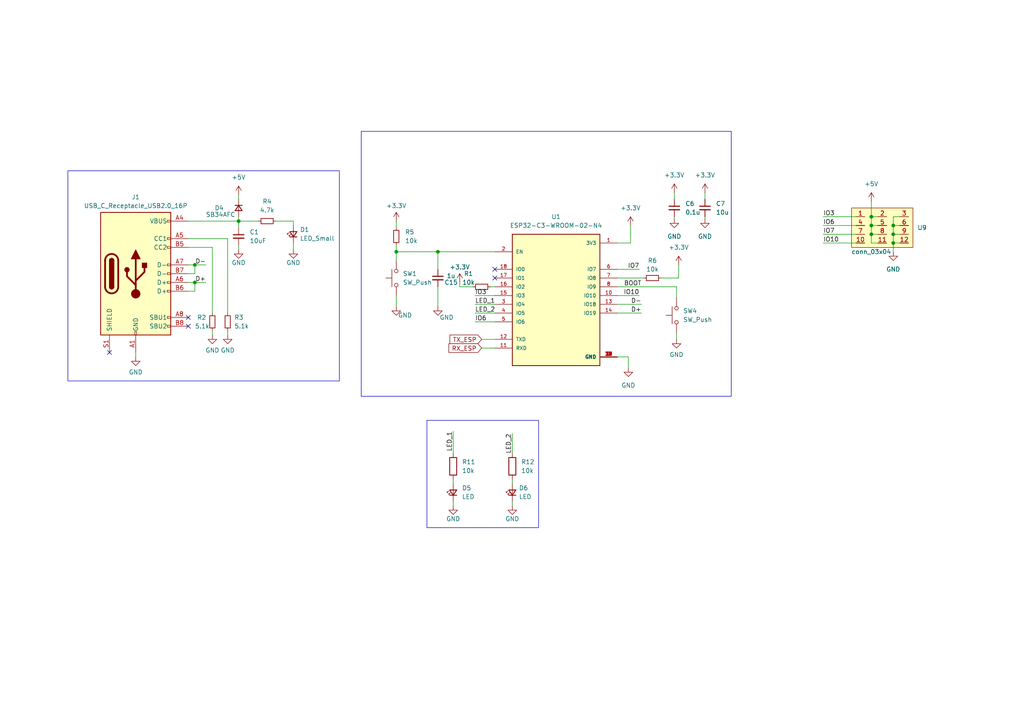
<source format=kicad_sch>
(kicad_sch (version 20230121) (generator eeschema)
  (paper "A4")
  (lib_symbols
    (symbol "Connector:USB_C_Receptacle_USB2.0_16P" (pin_names (offset 1.016))
      (property "Reference" "J" (at 0 22.225 0))
      (property "Value" "USB_C_Receptacle_USB2.0_16P" (at 0 19.685 0))
      (symbol "USB_C_Receptacle_USB2.0_16P_0_0"
        (rectangle (start -0.254 -17.78) (end 0.254 -16.764))
        (rectangle (start 10.16 -14.986) (end 9.144 -15.494))
        (rectangle (start 10.16 -12.446) (end 9.144 -12.954))
        (rectangle (start 10.16 -4.826) (end 9.144 -5.334))
        (rectangle (start 10.16 -2.286) (end 9.144 -2.794))
        (rectangle (start 10.16 0.254) (end 9.144 -0.254))
        (rectangle (start 10.16 2.794) (end 9.144 2.286))
        (rectangle (start 10.16 7.874) (end 9.144 7.366))
        (rectangle (start 10.16 10.414) (end 9.144 9.906))
        (rectangle (start 10.16 15.494) (end 9.144 14.986))
      )
      (symbol "USB_C_Receptacle_USB2.0_16P_0_1"
        (rectangle (start -10.16 17.78) (end 10.16 -17.78) (stroke (width 0.254)) (fill (type background)))
        (arc (start -8.89 -3.81) (mid -6.985 -5.7067) (end -5.08 -3.81) (stroke (width 0.508)))
        (arc (start -7.62 -3.81) (mid -6.985 -4.4423) (end -6.35 -3.81) (stroke (width 0.254)))
        (arc (start -7.62 -3.81) (mid -6.985 -4.4423) (end -6.35 -3.81) (stroke (width 0.254)) (fill (type outline)))
        (rectangle (start -7.62 -3.81) (end -6.35 3.81) (stroke (width 0.254)) (fill (type outline)))
        (arc (start -6.35 3.81) (mid -6.985 4.4423) (end -7.62 3.81) (stroke (width 0.254)))
        (arc (start -6.35 3.81) (mid -6.985 4.4423) (end -7.62 3.81) (stroke (width 0.254)) (fill (type outline)))
        (arc (start -5.08 3.81) (mid -6.985 5.7067) (end -8.89 3.81) (stroke (width 0.508)))
        (circle (center -2.54 1.143) (radius 0.635) (stroke (width 0.254)) (fill (type outline)))
        (circle (center 0 -5.842) (radius 1.27) (fill (type outline)))
        (polyline (pts (xy -8.89 -3.81) (xy -8.89 3.81)) (stroke (width 0.508)))
        (polyline (pts (xy -5.08 3.81) (xy -5.08 -3.81)) (stroke (width 0.508)))
        (polyline (pts (xy 0 -5.842) (xy 0 4.318)) (stroke (width 0.508)))
        (polyline (pts (xy 0 -3.302) (xy -2.54 -0.762) (xy -2.54 0.508)) (stroke (width 0.508)))
        (polyline (pts (xy 0 -2.032) (xy 2.54 0.508) (xy 2.54 1.778)) (stroke (width 0.508)))
        (polyline (pts (xy -1.27 4.318) (xy 0 6.858) (xy 1.27 4.318) (xy -1.27 4.318)) (stroke (width 0.254)) (fill (type outline)))
        (rectangle (start 1.905 1.778) (end 3.175 3.048) (stroke (width 0.254)) (fill (type outline)))
      )
      (symbol "USB_C_Receptacle_USB2.0_16P_1_1"
        (pin passive line (at 0 -22.86 90) (length 5.08) (name "GND") (number "A1"))
        (pin passive line (at 0 -22.86 90) (length 5.08) hide (name "GND") (number "A12"))
        (pin passive line (at 15.24 15.24 180) (length 5.08) (name "VBUS") (number "A4"))
        (pin bidirectional line (at 15.24 10.16 180) (length 5.08) (name "CC1") (number "A5"))
        (pin bidirectional line (at 15.24 -2.54 180) (length 5.08) (name "D+") (number "A6"))
        (pin bidirectional line (at 15.24 2.54 180) (length 5.08) (name "D-") (number "A7"))
        (pin bidirectional line (at 15.24 -12.7 180) (length 5.08) (name "SBU1") (number "A8"))
        (pin passive line (at 15.24 15.24 180) (length 5.08) hide (name "VBUS") (number "A9"))
        (pin passive line (at 0 -22.86 90) (length 5.08) hide (name "GND") (number "B1"))
        (pin passive line (at 0 -22.86 90) (length 5.08) hide (name "GND") (number "B12"))
        (pin passive line (at 15.24 15.24 180) (length 5.08) hide (name "VBUS") (number "B4"))
        (pin bidirectional line (at 15.24 7.62 180) (length 5.08) (name "CC2") (number "B5"))
        (pin bidirectional line (at 15.24 -5.08 180) (length 5.08) (name "D+") (number "B6"))
        (pin bidirectional line (at 15.24 0 180) (length 5.08) (name "D-") (number "B7"))
        (pin bidirectional line (at 15.24 -15.24 180) (length 5.08) (name "SBU2") (number "B8"))
        (pin passive line (at 15.24 15.24 180) (length 5.08) hide (name "VBUS") (number "B9"))
        (pin passive line (at -7.62 -22.86 90) (length 5.08) (name "SHIELD") (number "S1"))
      )
    )
    (symbol "Device:C_Small" (pin_numbers hide) (pin_names (offset 0.254) hide)
      (property "Reference" "C" (at 0.254 1.778 0))
      (property "Value" "C_Small" (at 0.254 -2.032 0))
      (symbol "C_Small_0_1"
        (polyline (pts (xy -1.524 -0.508) (xy 1.524 -0.508)) (stroke (width 0.3302)))
        (polyline (pts (xy -1.524 0.508) (xy 1.524 0.508)) (stroke (width 0.3048)))
      )
      (symbol "C_Small_1_1"
        (pin passive line (at 0 2.54 270) (length 2.032) (name "~") (number "1"))
        (pin passive line (at 0 -2.54 90) (length 2.032) (name "~") (number "2"))
      )
    )
    (symbol "Device:D_Small" (pin_numbers hide) (pin_names (offset 0.254) hide)
      (property "Reference" "D" (at -1.27 2.032 0))
      (property "Value" "D_Small" (at -3.81 -2.032 0))
      (symbol "D_Small_0_1"
        (polyline (pts (xy -0.762 -1.016) (xy -0.762 1.016)) (stroke (width 0.254)))
        (polyline (pts (xy -0.762 0) (xy 0.762 0)))
        (polyline (pts (xy 0.762 -1.016) (xy -0.762 0) (xy 0.762 1.016) (xy 0.762 -1.016)) (stroke (width 0.254)))
      )
      (symbol "D_Small_1_1"
        (pin passive line (at -2.54 0 0) (length 1.778) (name "K") (number "1"))
        (pin passive line (at 2.54 0 180) (length 1.778) (name "A") (number "2"))
      )
    )
    (symbol "Device:LED_Small" (pin_numbers hide) (pin_names (offset 0.254) hide)
      (property "Reference" "D" (at -1.27 3.175 0))
      (property "Value" "LED_Small" (at -4.445 -2.54 0))
      (symbol "LED_Small_0_1"
        (polyline (pts (xy -0.762 -1.016) (xy -0.762 1.016)) (stroke (width 0.254)))
        (polyline (pts (xy 1.016 0) (xy -0.762 0)))
        (polyline (pts (xy 0.762 -1.016) (xy -0.762 0) (xy 0.762 1.016) (xy 0.762 -1.016)) (stroke (width 0.254)))
        (polyline (pts (xy 0 0.762) (xy -0.508 1.27) (xy -0.254 1.27) (xy -0.508 1.27) (xy -0.508 1.016)))
        (polyline (pts (xy 0.508 1.27) (xy 0 1.778) (xy 0.254 1.778) (xy 0 1.778) (xy 0 1.524)))
      )
      (symbol "LED_Small_1_1"
        (pin passive line (at -2.54 0 0) (length 1.778) (name "K") (number "1"))
        (pin passive line (at 2.54 0 180) (length 1.778) (name "A") (number "2"))
      )
    )
    (symbol "Device:R" (pin_numbers hide) (pin_names (offset 0))
      (property "Reference" "R" (at 2.032 0 90))
      (property "Value" "R" (at 0 0 90))
      (symbol "R_0_1"
        (rectangle (start -1.016 -2.54) (end 1.016 2.54) (stroke (width 0.254)))
      )
      (symbol "R_1_1"
        (pin passive line (at 0 3.81 270) (length 1.27) (name "~") (number "1"))
        (pin passive line (at 0 -3.81 90) (length 1.27) (name "~") (number "2"))
      )
    )
    (symbol "Device:R_Small" (pin_numbers hide) (pin_names (offset 0.254) hide)
      (property "Reference" "R" (at 0.762 0.508 0))
      (property "Value" "R_Small" (at 0.762 -1.016 0))
      (symbol "R_Small_0_1"
        (rectangle (start -0.762 1.778) (end 0.762 -1.778) (stroke (width 0.2032)))
      )
      (symbol "R_Small_1_1"
        (pin passive line (at 0 2.54 270) (length 0.762) (name "~") (number "1"))
        (pin passive line (at 0 -2.54 90) (length 0.762) (name "~") (number "2"))
      )
    )
    (symbol "New_Library:ESP32-C3-WROOM-02-N4" (pin_names (offset 1.016))
      (property "Reference" "U" (at -12.7 21.082 0))
      (property "Value" "ESP32-C3-WROOM-02-N4" (at -13.97 -21.59 0))
      (symbol "ESP32-C3-WROOM-02-N4_0_0"
        (rectangle (start -12.7 -17.78) (end 12.7 20.32) (stroke (width 0.254)) (fill (type background)))
        (pin power_in line (at 17.78 17.78 180) (length 5.08) (name "3V3") (number "1"))
        (pin bidirectional line (at 17.78 2.54 180) (length 5.08) (name "IO10") (number "10"))
        (pin bidirectional line (at -17.78 -12.7 0) (length 5.08) (name "RXD") (number "11"))
        (pin bidirectional line (at -17.78 -10.16 0) (length 5.08) (name "TXD") (number "12"))
        (pin bidirectional line (at 17.78 0 180) (length 5.08) (name "IO18") (number "13"))
        (pin bidirectional line (at 17.78 -2.54 180) (length 5.08) (name "IO19") (number "14"))
        (pin bidirectional line (at -17.78 2.54 0) (length 5.08) (name "IO3") (number "15"))
        (pin bidirectional line (at -17.78 5.08 0) (length 5.08) (name "IO2") (number "16"))
        (pin bidirectional line (at -17.78 7.62 0) (length 5.08) (name "IO1") (number "17"))
        (pin bidirectional line (at -17.78 10.16 0) (length 5.08) (name "IO0") (number "18"))
        (pin power_in line (at 17.78 -15.24 180) (length 5.08) (name "GND") (number "19"))
        (pin input line (at -17.78 15.24 0) (length 5.08) (name "EN") (number "2"))
        (pin power_in line (at 17.78 -15.24 180) (length 5.08) (name "GND") (number "20"))
        (pin power_in line (at 17.78 -15.24 180) (length 5.08) (name "GND") (number "21"))
        (pin power_in line (at 17.78 -15.24 180) (length 5.08) (name "GND") (number "22"))
        (pin power_in line (at 17.78 -15.24 180) (length 5.08) (name "GND") (number "23"))
        (pin power_in line (at 17.78 -15.24 180) (length 5.08) (name "GND") (number "24"))
        (pin power_in line (at 17.78 -15.24 180) (length 5.08) (name "GND") (number "25"))
        (pin power_in line (at 17.78 -15.24 180) (length 5.08) (name "GND") (number "26"))
        (pin power_in line (at 17.78 -15.24 180) (length 5.08) (name "GND") (number "27"))
        (pin power_in line (at 17.78 -15.24 180) (length 5.08) (name "GND") (number "28"))
        (pin power_in line (at 17.78 -15.24 180) (length 5.08) (name "GND") (number "29"))
        (pin bidirectional line (at -17.78 0 0) (length 5.08) (name "IO4") (number "3"))
        (pin power_in line (at 17.78 -15.24 180) (length 5.08) (name "GND") (number "30"))
        (pin power_in line (at 17.78 -15.24 180) (length 5.08) (name "GND") (number "31"))
        (pin power_in line (at 17.78 -15.24 180) (length 5.08) (name "GND") (number "32"))
        (pin power_in line (at 17.78 -15.24 180) (length 5.08) (name "GND") (number "33"))
        (pin power_in line (at 17.78 -15.24 180) (length 5.08) (name "GND") (number "34"))
        (pin power_in line (at 17.78 -15.24 180) (length 5.08) (name "GND") (number "35"))
        (pin power_in line (at 17.78 -15.24 180) (length 5.08) (name "GND") (number "36"))
        (pin power_in line (at 17.78 -15.24 180) (length 5.08) (name "GND") (number "37"))
        (pin power_in line (at 17.78 -15.24 180) (length 5.08) (name "GND") (number "38"))
        (pin power_in line (at 17.78 -15.24 180) (length 5.08) (name "GND") (number "39"))
        (pin bidirectional line (at -17.78 -2.54 0) (length 5.08) (name "IO5") (number "4"))
        (pin bidirectional line (at -17.78 -5.08 0) (length 5.08) (name "IO6") (number "5"))
        (pin bidirectional line (at 17.78 10.16 180) (length 5.08) (name "IO7") (number "6"))
        (pin bidirectional line (at 17.78 7.62 180) (length 5.08) (name "IO8") (number "7"))
        (pin bidirectional line (at 17.78 5.08 180) (length 5.08) (name "IO9") (number "8"))
        (pin power_in line (at 17.78 -15.24 180) (length 5.08) (name "GND") (number "9"))
      )
    )
    (symbol "New_Library:conn_03x04_pinn"
      (property "Reference" "U" (at 5.08 3.81 0))
      (symbol "conn_03x04_pinn_0_0"
        (pin passive line (at 0 0 0) (length 2.54) (name "") (number "1"))
        (pin passive line (at 0 -7.62 0) (length 2.54) (name "") (number "10"))
        (pin open_emitter line (at 6.35 -7.62 0) (length 2.54) (name "") (number "11"))
        (pin passive line (at 12.7 -7.62 0) (length 2.54) (name "") (number "12"))
        (pin passive line (at 6.35 0 0) (length 2.54) (name "") (number "2"))
        (pin passive line (at 12.7 0 0) (length 2.54) (name "") (number "3"))
        (pin passive line (at 0 -2.54 0) (length 2.54) (name "") (number "4"))
        (pin passive line (at 6.35 -2.54 0) (length 2.54) (name "") (number "5"))
        (pin passive line (at 12.7 -2.54 0) (length 2.54) (name "") (number "6"))
        (pin passive line (at 0 -5.08 0) (length 2.54) (name "") (number "7"))
        (pin passive line (at 6.35 -5.08 0) (length 2.54) (name "") (number "8"))
        (pin passive line (at 12.7 -5.08 0) (length 2.54) (name "") (number "9"))
      )
      (symbol "conn_03x04_pinn_1_1"
        (rectangle (start -1.27 2.54) (end 16.51 -8.89) (fill (type background)))
      )
    )
    (symbol "Switch:SW_Push" (pin_numbers hide) (pin_names (offset 1.016) hide)
      (property "Reference" "SW" (at 1.27 2.54 0))
      (property "Value" "SW_Push" (at 0 -1.524 0))
      (symbol "SW_Push_0_1"
        (circle (center -2.032 0) (radius 0.508))
        (polyline (pts (xy 0 1.27) (xy 0 3.048)))
        (polyline (pts (xy 2.54 1.27) (xy -2.54 1.27)))
        (circle (center 2.032 0) (radius 0.508))
        (pin passive line (at -5.08 0 0) (length 2.54) (name "1") (number "1"))
        (pin passive line (at 5.08 0 180) (length 2.54) (name "2") (number "2"))
      )
    )
    (symbol "power:+3.3V" (power) (pin_names (offset 0))
      (property "Value" "+3.3V" (at 0 3.556 0))
      (symbol "+3.3V_0_1"
        (polyline (pts (xy -0.762 1.27) (xy 0 2.54)))
        (polyline (pts (xy 0 0) (xy 0 2.54)))
        (polyline (pts (xy 0 2.54) (xy 0.762 1.27)))
      )
      (symbol "+3.3V_1_1"
        (pin power_in line (at 0 0 90) (length 0) hide (name "+3.3V") (number "1"))
      )
    )
    (symbol "power:+5V" (power) (pin_names (offset 0))
      (property "Value" "+5V" (at 0 3.556 0))
      (symbol "+5V_0_1"
        (polyline (pts (xy -0.762 1.27) (xy 0 2.54)))
        (polyline (pts (xy 0 0) (xy 0 2.54)))
        (polyline (pts (xy 0 2.54) (xy 0.762 1.27)))
      )
      (symbol "+5V_1_1"
        (pin power_in line (at 0 0 90) (length 0) hide (name "+5V") (number "1"))
      )
    )
    (symbol "power:GND" (power) (pin_names (offset 0))
      (property "Value" "GND" (at 0 -3.81 0))
      (symbol "GND_0_1"
        (polyline (pts (xy 0 0) (xy 0 -1.27) (xy 1.27 -1.27) (xy 0 -2.54) (xy -1.27 -1.27) (xy 0 -1.27)))
      )
      (symbol "GND_1_1"
        (pin power_in line (at 0 0 270) (length 0) hide (name "GND") (number "1"))
      )
    )
  )
  (junction (at 252.73 65.405))
  (junction (at 56.515 76.835))
  (junction (at 259.08 70.485))
  (junction (at 56.515 81.915))
  (junction (at 252.73 62.865))
  (junction (at 252.73 67.945))
  (junction (at 114.935 73.025))
  (junction (at 259.08 65.405))
  (junction (at 69.215 64.135))
  (junction (at 127 73.025))
  (junction (at 259.08 67.945))
  (no_connect (at 31.75 102.235))
  (no_connect (at 54.61 92.075))
  (no_connect (at 143.51 78.105))
  (no_connect (at 143.51 80.645))
  (no_connect (at 54.61 94.615))
  (wire (pts (xy 196.85 80.645) (xy 196.85 76.835)))
  (wire (pts (xy 56.515 84.455) (xy 56.515 81.915)))
  (wire (pts (xy 195.58 55.88) (xy 195.58 57.785)))
  (wire (pts (xy 131.445 145.415) (xy 131.445 146.685)))
  (wire (pts (xy 259.08 73.025) (xy 259.08 70.485)))
  (wire (pts (xy 252.73 65.405) (xy 252.73 67.945)))
  (wire (pts (xy 69.215 64.135) (xy 69.215 66.04)))
  (wire (pts (xy 259.08 65.405) (xy 260.985 65.405)))
  (wire (pts (xy 185.42 85.725) (xy 179.07 85.725)))
  (wire (pts (xy 182.88 70.485) (xy 179.07 70.485)))
  (wire (pts (xy 61.595 71.755) (xy 61.595 90.805)))
  (wire (pts (xy 56.515 81.915) (xy 59.69 81.915)))
  (wire (pts (xy 85.09 70.485) (xy 85.09 72.39)))
  (wire (pts (xy 179.07 83.185) (xy 196.215 83.185)))
  (wire (pts (xy 114.935 73.025) (xy 114.935 75.565)))
  (wire (pts (xy 179.07 90.805) (xy 186.055 90.805)))
  (wire (pts (xy 80.01 64.135) (xy 85.09 64.135)))
  (wire (pts (xy 179.07 88.265) (xy 186.055 88.265)))
  (wire (pts (xy 139.7 100.965) (xy 143.51 100.965)))
  (wire (pts (xy 142.24 83.185) (xy 143.51 83.185)))
  (wire (pts (xy 114.935 85.725) (xy 114.935 88.9)))
  (wire (pts (xy 131.445 125.095) (xy 131.445 131.445)))
  (wire (pts (xy 259.08 70.485) (xy 259.08 67.945)))
  (wire (pts (xy 238.76 67.945) (xy 248.285 67.945)))
  (wire (pts (xy 137.795 88.265) (xy 143.51 88.265)))
  (wire (pts (xy 137.795 85.725) (xy 143.51 85.725)))
  (wire (pts (xy 133.35 81.915) (xy 133.35 83.185)))
  (wire (pts (xy 238.76 65.405) (xy 248.285 65.405)))
  (wire (pts (xy 148.59 139.065) (xy 148.59 140.335)))
  (wire (pts (xy 131.445 139.065) (xy 131.445 140.335)))
  (wire (pts (xy 127 83.185) (xy 127 88.9)))
  (wire (pts (xy 114.935 73.025) (xy 127 73.025)))
  (wire (pts (xy 61.595 97.155) (xy 61.595 95.885)))
  (wire (pts (xy 54.61 84.455) (xy 56.515 84.455)))
  (wire (pts (xy 204.47 63.5) (xy 204.47 62.865)))
  (wire (pts (xy 54.61 79.375) (xy 56.515 79.375)))
  (wire (pts (xy 127 73.025) (xy 143.51 73.025)))
  (wire (pts (xy 69.215 57.785) (xy 69.215 56.515)))
  (wire (pts (xy 252.73 70.485) (xy 254.635 70.485)))
  (wire (pts (xy 54.61 76.835) (xy 56.515 76.835)))
  (wire (pts (xy 259.08 62.865) (xy 260.985 62.865)))
  (wire (pts (xy 39.37 103.505) (xy 39.37 102.235)))
  (wire (pts (xy 252.73 58.42) (xy 252.73 62.865)))
  (wire (pts (xy 69.215 64.135) (xy 69.215 62.865)))
  (wire (pts (xy 54.61 81.915) (xy 56.515 81.915)))
  (wire (pts (xy 252.73 67.945) (xy 252.73 70.485)))
  (wire (pts (xy 148.59 145.415) (xy 148.59 146.685)))
  (wire (pts (xy 204.47 55.88) (xy 204.47 57.785)))
  (wire (pts (xy 69.215 72.39) (xy 69.215 71.12)))
  (wire (pts (xy 56.515 76.835) (xy 59.69 76.835)))
  (wire (pts (xy 137.16 83.185) (xy 133.35 83.185)))
  (wire (pts (xy 259.08 67.945) (xy 259.08 65.405)))
  (wire (pts (xy 127 73.025) (xy 127 78.105)))
  (wire (pts (xy 148.59 125.73) (xy 148.59 131.445)))
  (wire (pts (xy 54.61 69.215) (xy 66.04 69.215)))
  (wire (pts (xy 85.09 65.405) (xy 85.09 64.135)))
  (wire (pts (xy 66.04 97.155) (xy 66.04 95.885)))
  (wire (pts (xy 195.58 63.5) (xy 195.58 62.865)))
  (wire (pts (xy 196.215 86.36) (xy 196.215 83.185)))
  (wire (pts (xy 252.73 62.865) (xy 254.635 62.865)))
  (wire (pts (xy 259.08 65.405) (xy 259.08 62.865)))
  (wire (pts (xy 196.215 96.52) (xy 196.215 98.425)))
  (wire (pts (xy 238.76 62.865) (xy 248.285 62.865)))
  (wire (pts (xy 137.795 93.345) (xy 143.51 93.345)))
  (wire (pts (xy 54.61 71.755) (xy 61.595 71.755)))
  (wire (pts (xy 54.61 64.135) (xy 69.215 64.135)))
  (wire (pts (xy 259.08 67.945) (xy 260.985 67.945)))
  (wire (pts (xy 185.42 78.105) (xy 179.07 78.105)))
  (wire (pts (xy 179.07 80.645) (xy 186.69 80.645)))
  (wire (pts (xy 259.08 70.485) (xy 260.985 70.485)))
  (wire (pts (xy 139.7 98.425) (xy 143.51 98.425)))
  (wire (pts (xy 191.77 80.645) (xy 196.85 80.645)))
  (wire (pts (xy 137.795 90.805) (xy 143.51 90.805)))
  (wire (pts (xy 252.73 62.865) (xy 252.73 65.405)))
  (wire (pts (xy 238.76 70.485) (xy 248.285 70.485)))
  (wire (pts (xy 114.935 64.135) (xy 114.935 66.04)))
  (wire (pts (xy 66.04 69.215) (xy 66.04 90.805)))
  (wire (pts (xy 252.73 65.405) (xy 254.635 65.405)))
  (wire (pts (xy 182.245 106.68) (xy 182.245 103.505)))
  (wire (pts (xy 56.515 79.375) (xy 56.515 76.835)))
  (wire (pts (xy 114.935 71.12) (xy 114.935 73.025)))
  (wire (pts (xy 182.88 65.405) (xy 182.88 70.485)))
  (wire (pts (xy 182.245 103.505) (xy 179.07 103.505)))
  (wire (pts (xy 252.73 67.945) (xy 254.635 67.945)))
  (wire (pts (xy 69.215 64.135) (xy 74.93 64.135)))
  (rectangle (start 19.685 49.53) (end 98.425 110.49))
  (rectangle (start 104.775 38.1) (end 212.09 114.935))
  (rectangle (start 123.825 121.92) (end 156.21 153.035))
  (label "IO3" (at 137.795 85.725 0))
  (label "BOOT" (at 186.055 83.185 180))
  (label "IO7" (at 185.42 78.105 180))
  (label "D-" (at 186.055 88.265 180))
  (label "IO7" (at 238.76 67.945 0))
  (label "IO10" (at 185.42 85.725 180))
  (label "IO3" (at 238.76 62.865 0))
  (label "LED_1" (at 137.795 88.265 0))
  (label "D+" (at 186.055 90.805 180))
  (label "D+" (at 59.69 81.915 180))
  (label "D-" (at 59.69 76.835 180))
  (label "IO6" (at 137.795 93.345 0))
  (label "LED_2" (at 137.795 90.805 0))
  (label "LED_1" (at 131.445 125.095 270))
  (label "LED_2" (at 148.59 125.73 270))
  (label "IO10" (at 238.76 70.485 0))
  (label "IO6" (at 238.76 65.405 0))
  (global_label "TX_ESP" (shape input) (at 139.7 98.425 180) (property "Intersheetrefs" "${INTERSHEET_REFS}" (effects hide)))
  (global_label "RX_ESP" (shape input) (at 139.7 100.965 180) (property "Intersheetrefs" "${INTERSHEET_REFS}" (effects hide)))
  (symbol (lib_id "power:GND") (at 69.215 72.39 0) (unit 1)
    (property "Reference" "#PWR07" (effects hide))
    (property "Value" "GND" (at 69.215 76.2 0))
  )
  (symbol (lib_id "Device:R_Small") (at 66.04 93.345 0) (unit 1)
    (property "Reference" "R3" (at 67.945 92.075 0) (effects (justify left)))
    (property "Value" "5.1k" (at 67.945 94.615 0) (effects (justify left)))
    (property "Footprint" "Resistor_SMD:R_0603_1608Metric_Pad0.98x0.95mm_HandSolder" (effects hide))
  )
  (symbol (lib_id "Device:R_Small") (at 61.595 93.345 0) (unit 1)
    (property "Reference" "R2" (at 57.15 92.075 0) (effects (justify left)))
    (property "Value" "5.1k" (at 56.515 94.615 0) (effects (justify left)))
    (property "Footprint" "Resistor_SMD:R_0603_1608Metric_Pad0.98x0.95mm_HandSolder" (effects hide))
  )
  (symbol (lib_id "power:+5V") (at 252.73 58.42 0) (unit 1)
    (property "Reference" "#PWR026" (effects hide))
    (property "Value" "+5V" (at 252.73 53.34 0))
  )
  (symbol (lib_id "power:GND") (at 131.445 146.685 0) (unit 1)
    (property "Reference" "#PWR043" (effects hide))
    (property "Value" "GND" (at 131.445 150.495 0))
  )
  (symbol (lib_id "power:GND") (at 204.47 63.5 0) (unit 1)
    (property "Reference" "#PWR024" (effects hide))
    (property "Value" "GND" (at 204.47 68.58 0))
  )
  (symbol (lib_id "power:+5V") (at 69.215 56.515 0) (unit 1)
    (property "Reference" "#PWR06" (effects hide))
    (property "Value" "+5V" (at 69.215 51.435 0))
  )
  (symbol (lib_id "Device:R_Small") (at 77.47 64.135 90) (unit 1)
    (property "Reference" "R4" (at 77.47 58.42 90))
    (property "Value" "4.7k" (at 77.47 60.96 90))
    (property "Footprint" "Resistor_SMD:R_0603_1608Metric_Pad0.98x0.95mm_HandSolder" (effects hide))
  )
  (symbol (lib_id "power:GND") (at 195.58 63.5 0) (unit 1)
    (property "Reference" "#PWR021" (effects hide))
    (property "Value" "GND" (at 195.58 68.58 0))
  )
  (symbol (lib_id "power:GND") (at 85.09 72.39 0) (unit 1)
    (property "Reference" "#PWR08" (effects hide))
    (property "Value" "GND" (at 85.09 76.2 0))
  )
  (symbol (lib_id "power:GND") (at 182.245 106.68 0) (unit 1)
    (property "Reference" "#PWR018" (effects hide))
    (property "Value" "GND" (at 182.245 111.76 0))
  )
  (symbol (lib_id "power:GND") (at 127 88.9 0) (unit 1)
    (property "Reference" "#PWR080" (effects hide))
    (property "Value" "GND" (at 129.54 92.075 0))
  )
  (symbol (lib_id "Device:R") (at 148.59 135.255 0) (unit 1)
    (property "Reference" "R12" (at 151.13 133.985 0) (effects (justify left)))
    (property "Value" "10k" (at 151.13 136.525 0) (effects (justify left)))
    (property "Footprint" "Resistor_SMD:R_0603_1608Metric_Pad0.98x0.95mm_HandSolder" (effects hide))
  )
  (symbol (lib_id "Device:LED_Small") (at 131.445 142.875 90) (unit 1)
    (property "Reference" "D5" (at 133.985 141.5415 90) (effects (justify right)))
    (property "Value" "LED" (at 133.985 144.0815 90) (effects (justify right)))
    (property "Footprint" "LED_SMD:LED_0603_1608Metric_Pad1.05x0.95mm_HandSolder" (effects hide))
  )
  (symbol (lib_id "Device:R_Small") (at 189.23 80.645 90) (unit 1)
    (property "Reference" "R6" (at 189.23 75.565 90))
    (property "Value" "10k" (at 189.23 78.105 90))
    (property "Footprint" "Resistor_SMD:R_0603_1608Metric_Pad0.98x0.95mm_HandSolder" (effects hide))
  )
  (symbol (lib_id "power:+3.3V") (at 114.935 64.135 0) (unit 1)
    (property "Reference" "#PWR017" (effects hide))
    (property "Value" "+3.3V" (at 114.935 59.69 0))
  )
  (symbol (lib_id "Device:LED_Small") (at 85.09 67.945 90) (unit 1)
    (property "Reference" "D1" (at 86.995 66.6115 90) (effects (justify right)))
    (property "Value" "LED_Small" (at 86.995 69.1515 90) (effects (justify right)))
    (property "Footprint" "LED_SMD:LED_0603_1608Metric_Pad1.05x0.95mm_HandSolder" (effects hide))
  )
  (symbol (lib_id "New_Library:conn_03x04_pinn") (at 248.285 62.865 0) (unit 1)
    (property "Reference" "U9" (at 266.065 66.04 0) (effects (justify left)))
    (property "Value" "conn_03x04" (at 252.73 73.025 0))
    (property "Footprint" "Library:conn_03x04_pinn" (effects hide))
  )
  (symbol (lib_id "Device:C_Small") (at 69.215 68.58 0) (unit 1)
    (property "Reference" "C1" (at 72.39 67.3163 0) (effects (justify left)))
    (property "Value" "10uF" (at 72.39 69.8563 0) (effects (justify left)))
    (property "Footprint" "Resistor_SMD:R_0805_2012Metric_Pad1.20x1.40mm_HandSolder" (effects hide))
  )
  (symbol (lib_id "power:+3.3V") (at 204.47 55.88 0) (unit 1)
    (property "Reference" "#PWR023" (effects hide))
    (property "Value" "+3.3V" (at 204.47 50.8 0))
  )
  (symbol (lib_id "power:+3.3V") (at 133.35 81.915 0) (unit 1)
    (property "Reference" "#PWR016" (effects hide))
    (property "Value" "+3.3V" (at 133.35 77.47 0))
  )
  (symbol (lib_id "Device:C_Small") (at 204.47 60.325 0) (unit 1)
    (property "Reference" "C7" (at 207.645 59.0613 0) (effects (justify left)))
    (property "Value" "10u" (at 207.645 61.6013 0) (effects (justify left)))
    (property "Footprint" "Resistor_SMD:R_0805_2012Metric_Pad1.20x1.40mm_HandSolder" (effects hide))
  )
  (symbol (lib_id "Switch:SW_Push") (at 196.215 91.44 90) (unit 1)
    (property "Reference" "SW4" (at 198.12 90.17 90) (effects (justify right)))
    (property "Value" "SW_Push" (at 198.12 92.71 90) (effects (justify right)))
    (property "Footprint" "Library:SKRPACE010" (effects hide))
  )
  (symbol (lib_id "power:GND") (at 114.935 88.9 0) (unit 1)
    (property "Reference" "#PWR067" (effects hide))
    (property "Value" "GND" (at 117.475 91.44 0))
  )
  (symbol (lib_id "Device:R") (at 131.445 135.255 0) (unit 1)
    (property "Reference" "R11" (at 133.985 133.985 0) (effects (justify left)))
    (property "Value" "10k" (at 133.985 136.525 0) (effects (justify left)))
    (property "Footprint" "Resistor_SMD:R_0603_1608Metric_Pad0.98x0.95mm_HandSolder" (effects hide))
  )
  (symbol (lib_id "Device:LED_Small") (at 148.59 142.875 90) (unit 1)
    (property "Reference" "D6" (at 150.495 141.5415 90) (effects (justify right)))
    (property "Value" "LED" (at 150.495 144.0815 90) (effects (justify right)))
    (property "Footprint" "LED_SMD:LED_0603_1608Metric_Pad1.05x0.95mm_HandSolder" (effects hide))
  )
  (symbol (lib_id "Device:R_Small") (at 114.935 68.58 0) (unit 1)
    (property "Reference" "R5" (at 117.475 67.31 0) (effects (justify left)))
    (property "Value" "10k" (at 117.475 69.85 0) (effects (justify left)))
    (property "Footprint" "Resistor_SMD:R_0603_1608Metric_Pad0.98x0.95mm_HandSolder" (effects hide))
  )
  (symbol (lib_id "power:GND") (at 39.37 103.505 0) (unit 1)
    (property "Reference" "#PWR03" (effects hide))
    (property "Value" "GND" (at 39.37 107.95 0))
  )
  (symbol (lib_id "power:+3.3V") (at 196.85 76.835 0) (unit 1)
    (property "Reference" "#PWR022" (effects hide))
    (property "Value" "+3.3V" (at 196.85 71.755 0))
  )
  (symbol (lib_id "Connector:USB_C_Receptacle_USB2.0_16P") (at 39.37 79.375 0) (unit 1)
    (property "Reference" "J1" (at 39.37 57.15 0))
    (property "Value" "USB_C_Receptacle_USB2.0_16P" (at 39.37 59.69 0))
    (property "Footprint" "Library:HCTYPEC16PCB10" (effects hide))
    (property "Datasheet" "https://www.usb.org/sites/default/files/documents/usb_type-c.zip" (effects hide))
  )
  (symbol (lib_id "power:GND") (at 66.04 97.155 0) (unit 1)
    (property "Reference" "#PWR05" (effects hide))
    (property "Value" "GND" (at 66.04 101.6 0))
  )
  (symbol (lib_id "Device:R_Small") (at 139.7 83.185 90) (unit 1)
    (property "Reference" "R1" (at 135.89 79.375 90))
    (property "Value" "10k" (at 135.89 81.915 90))
    (property "Footprint" "Resistor_SMD:R_0603_1608Metric_Pad0.98x0.95mm_HandSolder" (effects hide))
  )
  (symbol (lib_id "Device:D_Small") (at 69.215 60.325 270) (unit 1)
    (property "Reference" "D4" (at 62.23 60.325 90) (effects (justify left)))
    (property "Value" "SB34AFC" (at 59.69 62.23 90) (effects (justify left)))
    (property "Footprint" "Library:SODFL4725X110N" (effects hide))
    (property "Sim.Device" "D" (effects hide))
    (property "Sim.Pins" "1=K 2=A" (effects hide))
  )
  (symbol (lib_id "New_Library:ESP32-C3-WROOM-02-N4") (at 161.29 88.265 0) (unit 1)
    (property "Reference" "U1" (at 161.29 62.865 0))
    (property "Value" "ESP32-C3-WROOM-02-N4" (at 161.29 65.405 0))
    (property "Footprint" "Library:MODULE_ESP32-C3-WROOM-02-H4" (effects hide))
  )
  (symbol (lib_id "Switch:SW_Push") (at 114.935 80.645 90) (unit 1)
    (property "Reference" "SW1" (at 116.84 79.375 90) (effects (justify right)))
    (property "Value" "SW_Push" (at 116.84 81.915 90) (effects (justify right)))
    (property "Footprint" "Library:SKRPACE010" (effects hide))
  )
  (symbol (lib_id "power:GND") (at 148.59 146.685 0) (unit 1)
    (property "Reference" "#PWR045" (effects hide))
    (property "Value" "GND" (at 148.59 150.495 0))
  )
  (symbol (lib_id "power:+3.3V") (at 195.58 55.88 0) (unit 1)
    (property "Reference" "#PWR020" (effects hide))
    (property "Value" "+3.3V" (at 195.58 50.8 0))
  )
  (symbol (lib_id "power:GND") (at 196.215 98.425 0) (unit 1)
    (property "Reference" "#PWR025" (effects hide))
    (property "Value" "GND" (at 196.215 102.87 0))
  )
  (symbol (lib_id "Device:C_Small") (at 127 80.645 0) (unit 1)
    (property "Reference" "C15" (at 128.905 81.915 0) (effects (justify left)))
    (property "Value" "1u" (at 129.54 80.01 0) (effects (justify left)))
    (property "Footprint" "Capacitor_SMD:C_0603_1608Metric_Pad1.08x0.95mm_HandSolder" (effects hide))
  )
  (symbol (lib_id "power:GND") (at 61.595 97.155 0) (unit 1)
    (property "Reference" "#PWR04" (effects hide))
    (property "Value" "GND" (at 61.595 101.6 0))
  )
  (symbol (lib_id "Device:C_Small") (at 195.58 60.325 0) (unit 1)
    (property "Reference" "C6" (at 198.755 59.0613 0) (effects (justify left)))
    (property "Value" "0.1u" (at 198.755 61.6013 0) (effects (justify left)))
    (property "Footprint" "Capacitor_SMD:C_0603_1608Metric_Pad1.08x0.95mm_HandSolder" (effects hide))
  )
  (symbol (lib_id "power:GND") (at 259.08 73.025 0) (unit 1)
    (property "Reference" "#PWR060" (effects hide))
    (property "Value" "GND" (at 259.08 78.105 0))
  )
  (symbol (lib_id "power:+3.3V") (at 182.88 65.405 0) (unit 1)
    (property "Reference" "#PWR019" (effects hide))
    (property "Value" "+3.3V" (at 182.88 60.325 0))
  )
)
</source>
